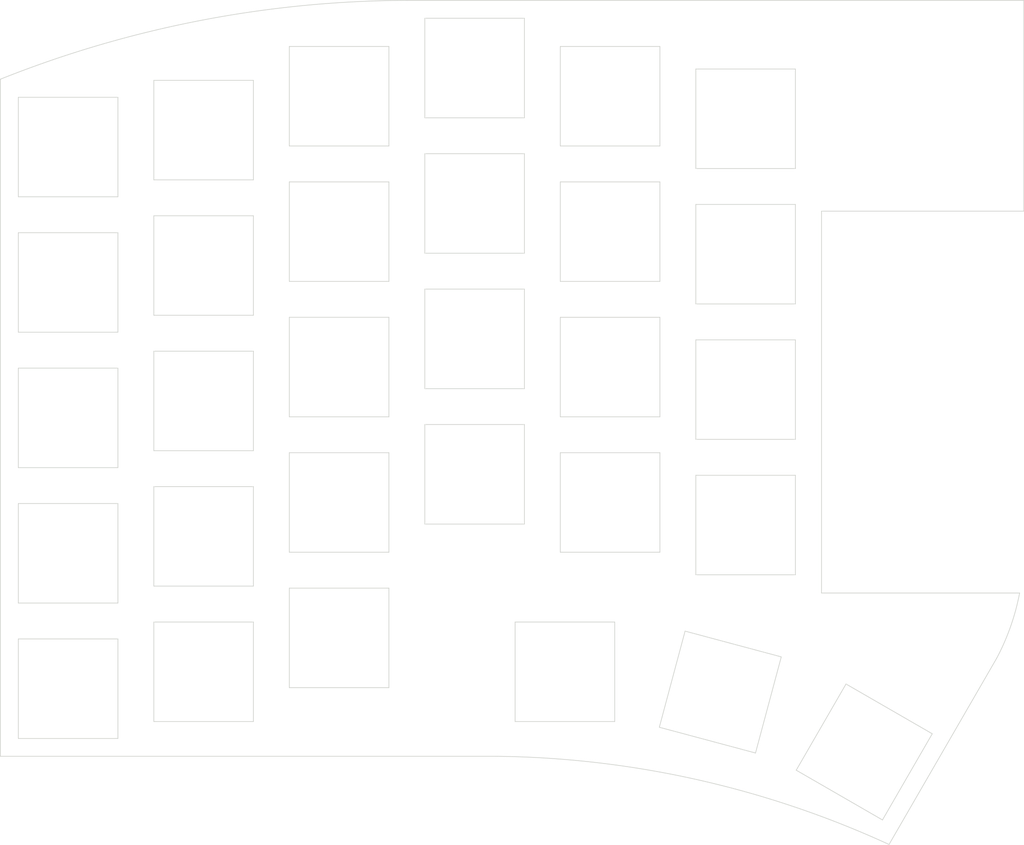
<source format=kicad_pcb>
(kicad_pcb (version 20171130) (host pcbnew "(5.1.6)-1")

  (general
    (thickness 1.6)
    (drawings 131)
    (tracks 0)
    (zones 0)
    (modules 6)
    (nets 1)
  )

  (page A3)
  (layers
    (0 F.Cu signal)
    (31 B.Cu signal)
    (32 B.Adhes user)
    (33 F.Adhes user)
    (34 B.Paste user)
    (35 F.Paste user)
    (36 B.SilkS user)
    (37 F.SilkS user)
    (38 B.Mask user)
    (39 F.Mask user)
    (40 Dwgs.User user)
    (41 Cmts.User user)
    (42 Eco1.User user)
    (43 Eco2.User user)
    (44 Edge.Cuts user)
    (45 Margin user)
    (46 B.CrtYd user)
    (47 F.CrtYd user)
    (48 B.Fab user)
    (49 F.Fab user)
  )

  (setup
    (last_trace_width 0.2)
    (user_trace_width 0.2)
    (user_trace_width 0.5)
    (user_trace_width 1)
    (user_trace_width 1.7526)
    (trace_clearance 0.127)
    (zone_clearance 0.2)
    (zone_45_only no)
    (trace_min 0.2)
    (via_size 0.45)
    (via_drill 0.3)
    (via_min_size 0.4)
    (via_min_drill 0.3)
    (user_via 0.6 0.3)
    (uvia_size 0.3)
    (uvia_drill 0.1)
    (uvias_allowed no)
    (uvia_min_size 0.2)
    (uvia_min_drill 0.1)
    (edge_width 0.1)
    (segment_width 0.2)
    (pcb_text_width 0.3)
    (pcb_text_size 1.5 1.5)
    (mod_edge_width 0.12)
    (mod_text_size 1 1)
    (mod_text_width 0.15)
    (pad_size 3.2 2)
    (pad_drill 2.8)
    (pad_to_mask_clearance 0.051)
    (solder_mask_min_width 0.25)
    (aux_axis_origin 0 0)
    (visible_elements 7FFFFFFF)
    (pcbplotparams
      (layerselection 0x010fc_ffffffff)
      (usegerberextensions false)
      (usegerberattributes false)
      (usegerberadvancedattributes false)
      (creategerberjobfile false)
      (excludeedgelayer true)
      (linewidth 0.100000)
      (plotframeref false)
      (viasonmask false)
      (mode 1)
      (useauxorigin false)
      (hpglpennumber 1)
      (hpglpenspeed 20)
      (hpglpendiameter 15.000000)
      (psnegative false)
      (psa4output false)
      (plotreference true)
      (plotvalue true)
      (plotinvisibletext false)
      (padsonsilk false)
      (subtractmaskfromsilk false)
      (outputformat 1)
      (mirror false)
      (drillshape 0)
      (scaleselection 1)
      (outputdirectory "CantaloupeV2.0-Plate/"))
  )

  (net 0 "")

  (net_class Default "This is the default net class."
    (clearance 0.127)
    (trace_width 0.2)
    (via_dia 0.45)
    (via_drill 0.3)
    (uvia_dia 0.3)
    (uvia_drill 0.1)
  )

  (net_class Battery ""
    (clearance 0.127)
    (trace_width 1)
    (via_dia 0.7)
    (via_drill 0.35)
    (uvia_dia 0.3)
    (uvia_drill 0.1)
  )

  (net_class Power ""
    (clearance 0.127)
    (trace_width 0.5)
    (via_dia 0.6)
    (via_drill 0.3)
    (uvia_dia 0.3)
    (uvia_drill 0.1)
  )

  (module MountingHole:MountingHole_2.2mm_M2 (layer F.Cu) (tedit 56D1B4CB) (tstamp 61EA2918)
    (at 32.527425 99.18971 180)
    (descr "Mounting Hole 2.2mm, no annular, M2")
    (tags "mounting hole 2.2mm no annular m2")
    (path /62096D2A)
    (attr virtual)
    (fp_text reference H2 (at 0 -2.54) (layer F.SilkS) hide
      (effects (font (size 0.29972 0.29972) (thickness 0.0762)))
    )
    (fp_text value Hole (at 0 2.54) (layer F.SilkS) hide
      (effects (font (size 0.29972 0.29972) (thickness 0.0762)))
    )
    (fp_text user %R (at 0.3 0) (layer F.Fab)
      (effects (font (size 1 1) (thickness 0.15)))
    )
    (fp_circle (center 0 0) (end 2.2 0) (layer Cmts.User) (width 0.15))
    (fp_circle (center 0 0) (end 2.45 0) (layer F.CrtYd) (width 0.05))
    (pad 1 np_thru_hole circle (at 0 0 180) (size 2.2 2.2) (drill 2.2) (layers *.Cu *.Mask))
  )

  (module MountingHole:MountingHole_2.2mm_M2 (layer F.Cu) (tedit 56D1B4CB) (tstamp 61EA2931)
    (at 79.590385 94.040748 180)
    (descr "Mounting Hole 2.2mm, no annular, M2")
    (tags "mounting hole 2.2mm no annular m2")
    (path /62097F05)
    (attr virtual)
    (fp_text reference H4 (at 0 -2.54) (layer F.SilkS) hide
      (effects (font (size 0.29972 0.29972) (thickness 0.0762)))
    )
    (fp_text value Hole (at 0 2.54) (layer F.SilkS) hide
      (effects (font (size 0.29972 0.29972) (thickness 0.0762)))
    )
    (fp_text user %R (at 0.3 0) (layer F.Fab)
      (effects (font (size 1 1) (thickness 0.15)))
    )
    (fp_circle (center 0 0) (end 2.2 0) (layer Cmts.User) (width 0.15))
    (fp_circle (center 0 0) (end 2.45 0) (layer F.CrtYd) (width 0.05))
    (pad 1 np_thru_hole circle (at 0 0 180) (size 2.2 2.2) (drill 2.2) (layers *.Cu *.Mask))
  )

  (module MountingHole:MountingHole_2.2mm_M2 (layer F.Cu) (tedit 56D1B4CB) (tstamp 61EA2927)
    (at 32.527425 42.039712 180)
    (descr "Mounting Hole 2.2mm, no annular, M2")
    (tags "mounting hole 2.2mm no annular m2")
    (path /62077E70)
    (attr virtual)
    (fp_text reference H1 (at 0 -2.54) (layer F.SilkS) hide
      (effects (font (size 0.29972 0.29972) (thickness 0.0762)))
    )
    (fp_text value Hole (at 0 2.54) (layer F.SilkS) hide
      (effects (font (size 0.29972 0.29972) (thickness 0.0762)))
    )
    (fp_text user %R (at 0.3 0) (layer F.Fab)
      (effects (font (size 1 1) (thickness 0.15)))
    )
    (fp_circle (center 0 0) (end 2.2 0) (layer Cmts.User) (width 0.15))
    (fp_circle (center 0 0) (end 2.45 0) (layer F.CrtYd) (width 0.05))
    (pad 1 np_thru_hole circle (at 0 0 180) (size 2.2 2.2) (drill 2.2) (layers *.Cu *.Mask))
  )

  (module MountingHole:MountingHole_2.2mm_M2 (layer F.Cu) (tedit 56D1B4CB) (tstamp 61EA292C)
    (at 129.755385 102.803748 180)
    (descr "Mounting Hole 2.2mm, no annular, M2")
    (tags "mounting hole 2.2mm no annular m2")
    (path /62097F11)
    (attr virtual)
    (fp_text reference H6 (at 0 -2.54) (layer F.SilkS) hide
      (effects (font (size 0.29972 0.29972) (thickness 0.0762)))
    )
    (fp_text value Hole (at 0 2.54) (layer F.SilkS) hide
      (effects (font (size 0.29972 0.29972) (thickness 0.0762)))
    )
    (fp_text user %R (at 0.3 0) (layer F.Fab)
      (effects (font (size 1 1) (thickness 0.15)))
    )
    (fp_circle (center 0 0) (end 2.2 0) (layer Cmts.User) (width 0.15))
    (fp_circle (center 0 0) (end 2.45 0) (layer F.CrtYd) (width 0.05))
    (pad 1 np_thru_hole circle (at 0 0 180) (size 2.2 2.2) (drill 2.2) (layers *.Cu *.Mask))
  )

  (module MountingHole:MountingHole_2.2mm_M2 (layer F.Cu) (tedit 56D1B4CB) (tstamp 61EA291D)
    (at 70.573385 34.006955 180)
    (descr "Mounting Hole 2.2mm, no annular, M2")
    (tags "mounting hole 2.2mm no annular m2")
    (path /6209708C)
    (attr virtual)
    (fp_text reference H3 (at 0 -2.54) (layer F.SilkS) hide
      (effects (font (size 0.29972 0.29972) (thickness 0.0762)))
    )
    (fp_text value Hole (at 0 2.54) (layer F.SilkS) hide
      (effects (font (size 0.29972 0.29972) (thickness 0.0762)))
    )
    (fp_text user %R (at 0.3 0) (layer F.Fab)
      (effects (font (size 1 1) (thickness 0.15)))
    )
    (fp_circle (center 0 0) (end 2.2 0) (layer Cmts.User) (width 0.15))
    (fp_circle (center 0 0) (end 2.45 0) (layer F.CrtYd) (width 0.05))
    (pad 1 np_thru_hole circle (at 0 0 180) (size 2.2 2.2) (drill 2.2) (layers *.Cu *.Mask))
  )

  (module MountingHole:MountingHole_2.2mm_M2 (layer F.Cu) (tedit 56D1B4CB) (tstamp 61EA2922)
    (at 127.723385 39.367248 180)
    (descr "Mounting Hole 2.2mm, no annular, M2")
    (tags "mounting hole 2.2mm no annular m2")
    (path /62097F0B)
    (attr virtual)
    (fp_text reference H5 (at 0 -2.54) (layer F.SilkS) hide
      (effects (font (size 0.29972 0.29972) (thickness 0.0762)))
    )
    (fp_text value Hole (at 0 2.54) (layer F.SilkS) hide
      (effects (font (size 0.29972 0.29972) (thickness 0.0762)))
    )
    (fp_text user %R (at 0.3 0) (layer F.Fab)
      (effects (font (size 1 1) (thickness 0.15)))
    )
    (fp_circle (center 0 0) (end 2.2 0) (layer Cmts.User) (width 0.15))
    (fp_circle (center 0 0) (end 2.45 0) (layer F.CrtYd) (width 0.05))
    (pad 1 np_thru_hole circle (at 0 0 180) (size 2.2 2.2) (drill 2.2) (layers *.Cu *.Mask))
  )

  (gr_line (start 16.001995 45.80255) (end 16.001995 59.80255) (layer Edge.Cuts) (width 0.1))
  (gr_line (start 16.001995 59.80255) (end 30.001995 59.80255) (layer Edge.Cuts) (width 0.1))
  (gr_line (start 35.051995 43.42135) (end 35.051995 57.42135) (layer Edge.Cuts) (width 0.1))
  (gr_line (start 111.251995 41.83385) (end 111.251995 55.83385) (layer Edge.Cuts) (width 0.1))
  (gr_line (start 49.051995 43.42135) (end 35.051995 43.42135) (layer Edge.Cuts) (width 0.1))
  (gr_line (start 87.151995 15.64005) (end 73.151995 15.64005) (layer Edge.Cuts) (width 0.1))
  (gr_line (start 125.251995 55.83385) (end 125.251995 41.83385) (layer Edge.Cuts) (width 0.1))
  (gr_line (start 54.101995 19.60885) (end 54.101995 33.60885) (layer Edge.Cuts) (width 0.1))
  (gr_line (start 35.051995 57.42135) (end 49.051995 57.42135) (layer Edge.Cuts) (width 0.1))
  (gr_line (start 125.251995 41.83385) (end 111.251995 41.83385) (layer Edge.Cuts) (width 0.1))
  (gr_line (start 92.201995 52.65875) (end 106.201995 52.65875) (layer Edge.Cuts) (width 0.1))
  (gr_line (start 68.101995 52.65885) (end 68.101995 38.65885) (layer Edge.Cuts) (width 0.1))
  (gr_line (start 92.201995 33.60875) (end 106.201995 33.60875) (layer Edge.Cuts) (width 0.1))
  (gr_line (start 73.151995 34.69005) (end 73.151995 48.69005) (layer Edge.Cuts) (width 0.1))
  (gr_line (start 111.251995 36.78385) (end 125.251995 36.78385) (layer Edge.Cuts) (width 0.1))
  (gr_line (start 68.101995 33.60885) (end 68.101995 19.60885) (layer Edge.Cuts) (width 0.1))
  (gr_line (start 30.001995 59.80255) (end 30.001995 45.80255) (layer Edge.Cuts) (width 0.1))
  (gr_line (start 106.201995 38.65875) (end 92.201995 38.65875) (layer Edge.Cuts) (width 0.1))
  (gr_line (start 30.001995 45.80255) (end 16.001995 45.80255) (layer Edge.Cuts) (width 0.1))
  (gr_line (start 111.251995 22.78385) (end 111.251995 36.78385) (layer Edge.Cuts) (width 0.1))
  (gr_line (start 87.151995 34.69005) (end 73.151995 34.69005) (layer Edge.Cuts) (width 0.1))
  (gr_line (start 87.151995 29.64005) (end 87.151995 15.64005) (layer Edge.Cuts) (width 0.1))
  (gr_line (start 49.051995 24.37135) (end 35.051995 24.37135) (layer Edge.Cuts) (width 0.1))
  (gr_line (start 106.201995 33.60875) (end 106.201995 19.60875) (layer Edge.Cuts) (width 0.1))
  (gr_line (start 35.051995 38.37135) (end 49.051995 38.37135) (layer Edge.Cuts) (width 0.1))
  (gr_line (start 111.251995 55.83385) (end 125.251995 55.83385) (layer Edge.Cuts) (width 0.1))
  (gr_line (start 125.251995 22.78385) (end 111.251995 22.78385) (layer Edge.Cuts) (width 0.1))
  (gr_line (start 125.251995 36.78385) (end 125.251995 22.78385) (layer Edge.Cuts) (width 0.1))
  (gr_line (start 49.051995 57.42135) (end 49.051995 43.42135) (layer Edge.Cuts) (width 0.1))
  (gr_line (start 106.201995 19.60875) (end 92.201995 19.60875) (layer Edge.Cuts) (width 0.1))
  (gr_line (start 35.051995 24.37135) (end 35.051995 38.37135) (layer Edge.Cuts) (width 0.1))
  (gr_line (start 68.101995 38.65885) (end 54.101995 38.65885) (layer Edge.Cuts) (width 0.1))
  (gr_line (start 54.101995 33.60885) (end 68.101995 33.60885) (layer Edge.Cuts) (width 0.1))
  (gr_line (start 54.101995 38.65885) (end 54.101995 52.65885) (layer Edge.Cuts) (width 0.1))
  (gr_line (start 73.151995 48.69005) (end 87.151995 48.69005) (layer Edge.Cuts) (width 0.1))
  (gr_line (start 68.101995 19.60885) (end 54.101995 19.60885) (layer Edge.Cuts) (width 0.1))
  (gr_line (start 106.201995 52.65875) (end 106.201995 38.65875) (layer Edge.Cuts) (width 0.1))
  (gr_line (start 87.151995 48.69005) (end 87.151995 34.69005) (layer Edge.Cuts) (width 0.1))
  (gr_line (start 73.151995 29.64005) (end 87.151995 29.64005) (layer Edge.Cuts) (width 0.1))
  (gr_line (start 92.201995 38.65875) (end 92.201995 52.65875) (layer Edge.Cuts) (width 0.1))
  (gr_line (start 73.151995 15.64005) (end 73.151995 29.64005) (layer Edge.Cuts) (width 0.1))
  (gr_line (start 92.201995 19.60875) (end 92.201995 33.60875) (layer Edge.Cuts) (width 0.1))
  (gr_line (start 54.101995 52.65885) (end 68.101995 52.65885) (layer Edge.Cuts) (width 0.1))
  (gr_line (start 49.051995 38.37135) (end 49.051995 24.37135) (layer Edge.Cuts) (width 0.1))
  (gr_line (start 13.477426 119.464912) (end 13.477426 24.215212) (layer Edge.Cuts) (width 0.1))
  (gr_line (start 70.627725 13.123012) (end 157.368426 13.123012) (layer Edge.Cuts) (width 0.1))
  (gr_line (start 119.645995 119.00155) (end 123.268995 105.47955) (layer Edge.Cuts) (width 0.1))
  (gr_line (start 30.001995 26.75255) (end 16.001995 26.75255) (layer Edge.Cuts) (width 0.1))
  (gr_line (start 109.745995 101.85555) (end 106.122995 115.37855) (layer Edge.Cuts) (width 0.1))
  (gr_line (start 99.851995 100.57155) (end 85.851995 100.57155) (layer Edge.Cuts) (width 0.1))
  (gr_line (start 99.851995 114.57155) (end 99.851995 100.57155) (layer Edge.Cuts) (width 0.1))
  (gr_arc (start 124.940885 90.466905) (end 153.551667 105.673428) (angle -17.2772492) (layer Edge.Cuts) (width 0.1))
  (gr_line (start 137.494995 128.41955) (end 144.494995 116.29555) (layer Edge.Cuts) (width 0.1))
  (gr_line (start 106.122995 115.37855) (end 119.645995 119.00155) (layer Edge.Cuts) (width 0.1))
  (gr_line (start 16.001995 26.75255) (end 16.001995 40.75255) (layer Edge.Cuts) (width 0.1))
  (gr_line (start 85.851995 114.57155) (end 99.851995 114.57155) (layer Edge.Cuts) (width 0.1))
  (gr_line (start 85.851995 100.57155) (end 85.851995 114.57155) (layer Edge.Cuts) (width 0.1))
  (gr_line (start 68.101995 95.80875) (end 54.101995 95.80875) (layer Edge.Cuts) (width 0.1))
  (gr_line (start 68.101995 109.80855) (end 68.101995 95.80875) (layer Edge.Cuts) (width 0.1))
  (gr_line (start 54.101995 109.80855) (end 68.101995 109.80855) (layer Edge.Cuts) (width 0.1))
  (gr_arc (start 81.720626 255.135911) (end 138.420032 131.868793) (angle -24.0117) (layer Edge.Cuts) (width 0.1))
  (gr_line (start 83.352826 119.464912) (end 13.477426 119.464912) (layer Edge.Cuts) (width 0.1))
  (gr_arc (start 71.141425 168.546912) (end 70.627916 13.12276) (angle -21.5887) (layer Edge.Cuts) (width 0.1))
  (gr_line (start 153.551667 105.673428) (end 138.420426 131.866912) (layer Edge.Cuts) (width 0.1))
  (gr_line (start 157.368426 42.775012) (end 128.928426 42.775012) (layer Edge.Cuts) (width 0.1))
  (gr_line (start 128.928426 96.490012) (end 156.776987 96.490012) (layer Edge.Cuts) (width 0.1))
  (gr_line (start 128.928426 42.775012) (end 128.928426 96.490012) (layer Edge.Cuts) (width 0.1))
  (gr_line (start 157.368426 13.121212) (end 157.368426 42.775012) (layer Edge.Cuts) (width 0.1))
  (gr_line (start 125.370995 121.41955) (end 137.494995 128.41955) (layer Edge.Cuts) (width 0.1))
  (gr_line (start 16.001995 40.75255) (end 30.001995 40.75255) (layer Edge.Cuts) (width 0.1))
  (gr_line (start 132.370995 109.29555) (end 125.370995 121.41955) (layer Edge.Cuts) (width 0.1))
  (gr_line (start 30.001995 40.75255) (end 30.001995 26.75255) (layer Edge.Cuts) (width 0.1))
  (gr_line (start 123.268995 105.47955) (end 109.745995 101.85555) (layer Edge.Cuts) (width 0.1))
  (gr_line (start 144.494995 116.29555) (end 132.370995 109.29555) (layer Edge.Cuts) (width 0.1))
  (gr_line (start 92.201995 57.70885) (end 92.201995 71.70885) (layer Edge.Cuts) (width 0.1))
  (gr_line (start 49.051995 62.47125) (end 35.051995 62.47125) (layer Edge.Cuts) (width 0.1))
  (gr_line (start 30.001995 64.85255) (end 16.001995 64.85255) (layer Edge.Cuts) (width 0.1))
  (gr_line (start 30.001995 78.85255) (end 30.001995 64.85255) (layer Edge.Cuts) (width 0.1))
  (gr_line (start 49.051995 81.52125) (end 35.051995 81.52125) (layer Edge.Cuts) (width 0.1))
  (gr_line (start 16.001995 78.85255) (end 30.001995 78.85255) (layer Edge.Cuts) (width 0.1))
  (gr_line (start 16.001995 64.85255) (end 16.001995 78.85255) (layer Edge.Cuts) (width 0.1))
  (gr_line (start 49.051995 114.57155) (end 49.051995 100.57155) (layer Edge.Cuts) (width 0.1))
  (gr_line (start 30.001995 116.95255) (end 30.001995 102.95255) (layer Edge.Cuts) (width 0.1))
  (gr_line (start 16.001995 102.95255) (end 16.001995 116.95255) (layer Edge.Cuts) (width 0.1))
  (gr_line (start 92.201995 90.75875) (end 106.201995 90.75875) (layer Edge.Cuts) (width 0.1))
  (gr_line (start 30.001995 102.95255) (end 16.001995 102.95255) (layer Edge.Cuts) (width 0.1))
  (gr_line (start 49.051995 100.57155) (end 35.051995 100.57155) (layer Edge.Cuts) (width 0.1))
  (gr_line (start 125.251995 79.93385) (end 111.251995 79.93385) (layer Edge.Cuts) (width 0.1))
  (gr_line (start 35.051995 81.52125) (end 35.051995 95.52125) (layer Edge.Cuts) (width 0.1))
  (gr_line (start 30.001995 97.90255) (end 30.001995 83.90255) (layer Edge.Cuts) (width 0.1))
  (gr_line (start 35.051995 114.57155) (end 49.051995 114.57155) (layer Edge.Cuts) (width 0.1))
  (gr_line (start 68.101995 76.75885) (end 54.101995 76.75885) (layer Edge.Cuts) (width 0.1))
  (gr_line (start 111.251995 74.88385) (end 125.251995 74.88385) (layer Edge.Cuts) (width 0.1))
  (gr_line (start 92.201995 71.70885) (end 106.201995 71.70885) (layer Edge.Cuts) (width 0.1))
  (gr_line (start 30.001995 83.90255) (end 16.001995 83.90255) (layer Edge.Cuts) (width 0.1))
  (gr_line (start 125.251995 74.88385) (end 125.251995 60.88385) (layer Edge.Cuts) (width 0.1))
  (gr_line (start 49.051995 76.47125) (end 49.051995 62.47125) (layer Edge.Cuts) (width 0.1))
  (gr_line (start 54.101995 71.70875) (end 68.101995 71.70875) (layer Edge.Cuts) (width 0.1))
  (gr_line (start 106.201995 71.70885) (end 106.201995 57.70885) (layer Edge.Cuts) (width 0.1))
  (gr_line (start 68.101995 71.70875) (end 68.101995 57.70875) (layer Edge.Cuts) (width 0.1))
  (gr_line (start 92.201995 76.75875) (end 92.201995 90.75875) (layer Edge.Cuts) (width 0.1))
  (gr_line (start 35.051995 95.52125) (end 49.051995 95.52125) (layer Edge.Cuts) (width 0.1))
  (gr_line (start 73.151995 67.74005) (end 87.151995 67.74005) (layer Edge.Cuts) (width 0.1))
  (gr_line (start 54.101995 90.75885) (end 68.101995 90.75885) (layer Edge.Cuts) (width 0.1))
  (gr_line (start 49.051995 95.52125) (end 49.051995 81.52125) (layer Edge.Cuts) (width 0.1))
  (gr_line (start 87.151995 53.74005) (end 73.151995 53.74005) (layer Edge.Cuts) (width 0.1))
  (gr_line (start 54.101995 95.80875) (end 54.101995 109.80855) (layer Edge.Cuts) (width 0.1))
  (gr_line (start 111.251995 93.93385) (end 125.251995 93.93385) (layer Edge.Cuts) (width 0.1))
  (gr_line (start 106.201995 76.75875) (end 92.201995 76.75875) (layer Edge.Cuts) (width 0.1))
  (gr_line (start 87.151995 72.79005) (end 73.151995 72.79005) (layer Edge.Cuts) (width 0.1))
  (gr_line (start 106.201995 90.75875) (end 106.201995 76.75875) (layer Edge.Cuts) (width 0.1))
  (gr_line (start 87.151995 86.79005) (end 87.151995 72.79005) (layer Edge.Cuts) (width 0.1))
  (gr_line (start 73.151995 53.74005) (end 73.151995 67.74005) (layer Edge.Cuts) (width 0.1))
  (gr_line (start 111.251995 60.88385) (end 111.251995 74.88385) (layer Edge.Cuts) (width 0.1))
  (gr_line (start 54.101995 76.75885) (end 54.101995 90.75885) (layer Edge.Cuts) (width 0.1))
  (gr_line (start 16.001995 116.95255) (end 30.001995 116.95255) (layer Edge.Cuts) (width 0.1))
  (gr_line (start 68.101995 90.75885) (end 68.101995 76.75885) (layer Edge.Cuts) (width 0.1))
  (gr_line (start 125.251995 60.88385) (end 111.251995 60.88385) (layer Edge.Cuts) (width 0.1))
  (gr_line (start 54.101995 57.70875) (end 54.101995 71.70875) (layer Edge.Cuts) (width 0.1))
  (gr_line (start 16.001995 97.90255) (end 30.001995 97.90255) (layer Edge.Cuts) (width 0.1))
  (gr_line (start 16.001995 83.90255) (end 16.001995 97.90255) (layer Edge.Cuts) (width 0.1))
  (gr_line (start 68.101995 57.70875) (end 54.101995 57.70875) (layer Edge.Cuts) (width 0.1))
  (gr_line (start 35.051995 76.47125) (end 49.051995 76.47125) (layer Edge.Cuts) (width 0.1))
  (gr_line (start 35.051995 62.47125) (end 35.051995 76.47125) (layer Edge.Cuts) (width 0.1))
  (gr_line (start 111.251995 79.93385) (end 111.251995 93.93385) (layer Edge.Cuts) (width 0.1))
  (gr_line (start 106.201995 57.70885) (end 92.201995 57.70885) (layer Edge.Cuts) (width 0.1))
  (gr_line (start 87.151995 67.74005) (end 87.151995 53.74005) (layer Edge.Cuts) (width 0.1))
  (gr_line (start 125.251995 93.93385) (end 125.251995 79.93385) (layer Edge.Cuts) (width 0.1))
  (gr_line (start 73.151995 86.79005) (end 87.151995 86.79005) (layer Edge.Cuts) (width 0.1))
  (gr_line (start 73.151995 72.79005) (end 73.151995 86.79005) (layer Edge.Cuts) (width 0.1))
  (gr_line (start 35.051995 100.57155) (end 35.051995 114.57155) (layer Edge.Cuts) (width 0.1))

)

</source>
